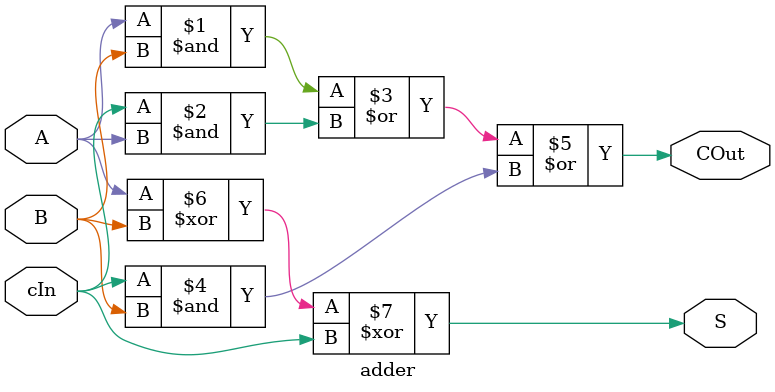
<source format=v>
module main(SW, KEY, LEDR, HEX0, HEX1, HEX2, HEX3, HEX4, HEX5);

input [9:0] SW;
input [2:0] KEY;
output [9:0]LEDR;
output [6:0] HEX0, HEX1, HEX2, HEX3, HEX4, HEX5;

ALU a0(.select(KEY[2:0]),
			.a(SW[7:4]), 
			.b(SW[3:0]), 
			.ALUout(LEDR[7:0]), 
			.hex0(HEX0[6:0]), 
			.hex1(HEX1[6:0]), 
			.hex2(HEX2[6:0]), 
			.hex3(HEX3[6:0]),
			.hex4(HEX4[6:0]),
			.hex5(HEX5[6:0]));


endmodule


module ALU(select, a, b, ALUout, hex0, hex1, hex2, hex3, hex4, hex5);

input [2:0] select;
input [3:0] a;
input [3:0] b;
output reg [7:0] ALUout;
output [6:0] hex0, hex1,hex2, hex3, hex4, hex5;

wire [7:0] case0, case1, case2, case5, case6;
wire [3:0] Sum;
wire COUT;

reg [7:0] case3, case4;



rippleAdder u0( .aIn(a[3:0]), .bIn(b[3:0]), .s(Sum[3:0]), .cOut(COUT));


assign case1 = a+b;

assign case2[7:4] = ~(a | b);
assign case2[3:0] = ~(a & b);

always@(*)
begin
	if(a[3:0] | b[3:0])
		case3 = 8'b11000000;
	else
		case3 = 8'b00000000;
	
	
	if(((~a[3]&~a[2]&a[1]&a[0])
		|(~a[3]&a[2]&~a[1]&a[0])
		|(~a[3]&a[2]&a[1]&~a[0])
		|(a[3]&~a[2]&~a[1]&a[0])
		|(a[3]&~a[2]&a[1]&~a[0])
		|(a[3]&a[2]&~a[1]&~a[0]))
		&((~b[3]&b[2]&b[1]&b[0])
		|(b[3]&~b[2]&b[1]&b[0])
		|(b[3]&b[2]&~b[1]&b[0])
		|(b[3]&b[2]&b[1]&~b[0])))
		case4 = 8'b00111111;
	else
		case4 = 8'b00000000;

end

assign {case5[7:4]} = {b[3:0]};
assign {case5[3:0]} = ~{a[3:0]};

assign case6[7:4] = a ^ b;
assign case6[3:0] = a ~^ b;

always@(*)
	begin
		case(select[2:0])
			3'b000 : {ALUout[7:0]} = {{3{1'b0}}, COUT, Sum[3:0]};
			3'b001 : {ALUout[7:0]} = case1;
			3'b010 : {ALUout[7:0]} = case2;
			3'b011 : {ALUout[7:0]} = case3;
			3'b100 : {ALUout[7:0]} = case4;
			3'b101 : {ALUout[7:0]} = case5;
			3'b110 : {ALUout[7:0]} = case6;
			default: {ALUout[7:0]} = 'b00000000;
		endcase
	end

hexOut h0(.num(b[3:0]), .hex(hex0[6:0]));
hexOut h1(.num('b0000), .hex(hex1[6:0]));
hexOut h2(.num(a[3:0]), .hex(hex2[6:0]));
hexOut h3(.num('b0000), .hex(hex3[6:0]));
hexOut h4(.num(ALUout[3:0]), .hex(hex4[6:0]));
hexOut h5(.num(ALUout[7:4]), .hex(hex5[6:0]));
	
	
endmodule




module hexOut(num, hex);
input [3:0] num;
output reg [6:0] hex;

always@(*)
	begin
		case(num[3:0])
			4'b0000: {hex[6:0]} = 'b1000000; //0
			4'b0001: {hex[6:0]} = 'b1111001; //1
			4'b0010: {hex[6:0]} = 'b0100100; //2
			4'b0011: {hex[6:0]} = 'b0110000; //3
			4'b0100: {hex[6:0]} = 'b0011001; //4
			4'b0101: {hex[6:0]} = 'b0010010; //5
			4'b0110: {hex[6:0]} = 'b0000010; //6
			4'b0111: {hex[6:0]} = 'b1111000; //7
			4'b1000: {hex[6:0]} = 'b0000000; //8
			4'b1001: {hex[6:0]} = 'b0010000; //9
			4'b1010: {hex[6:0]} = 'b0001000; //A
			4'b1011: {hex[6:0]} = 'b0000011; //b
			4'b1100: {hex[6:0]} = 'b1000110; //C
			4'b1101: {hex[6:0]} = 'b0100001; //d
			4'b1110: {hex[6:0]} = 'b0000110; //E
			4'b1111: {hex[6:0]} = 'b0001110; //F
			default: {hex[6:0]} = 'b0000000; 
		endcase
	end
	
endmodule


module rippleAdder(aIn, bIn, s, cOut);

input [3:0] aIn;
input [3:0] bIn;
output [3:0] s;
output cOut;

wire w1, w2, w3;

adder u0(.A(aIn[0]), .B(bIn[0]), .cIn(0), .S(s[0]), .COut(w1));
adder u1(.A(aIn[1]), .B(bIn[1]), .cIn(w1), .S(s[1]), .COut(w2));
adder u2(.A(aIn[2]), .B(bIn[2]), .cIn(w2), .S(s[2]), .COut(w3));
adder u3(.A(aIn[3]), .B(bIn[3]), .cIn(w3), .S(s[3]), .COut(cOut));

endmodule

module adder(A, B, cIn, S, COut);

input A;
input B;
input cIn;
output S;
output COut;

assign COut = (A & B) | (cIn & A) | (cIn & B);
assign S = A ^ B ^ cIn;

endmodule

</source>
